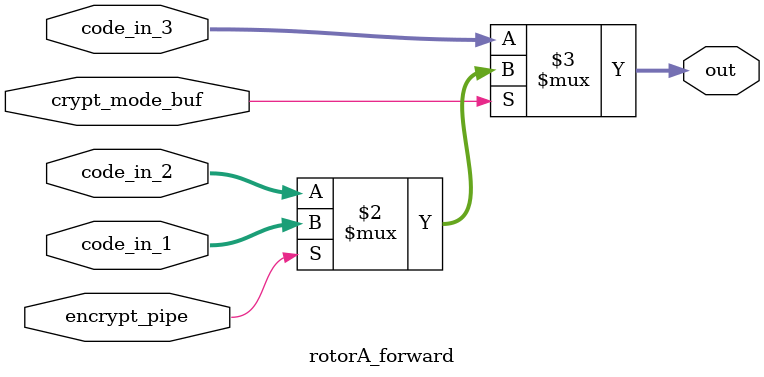
<source format=v>
module rotorA_forward(encrypt_pipe, crypt_mode_buf, code_in_1, code_in_2, code_in_3, out);
input encrypt_pipe;
input crypt_mode_buf;  // 0: encrypt; 1:decrypt;
input [6-1:0] code_in_1;
input [6-1:0] code_in_2;
input [6-1:0] code_in_3;	// When load is active, then code_in is input of rotors. 
							          // When encrypy is active, then code_in is input of code words.
							          // Note: We only use rotorA in part1.
output reg [6-1:0] out;   // encrypted code word (register output)




always @(*) begin
    out = (crypt_mode_buf) ? (encrypt_pipe) ? code_in_1 : code_in_2 : code_in_3;
end



endmodule
</source>
